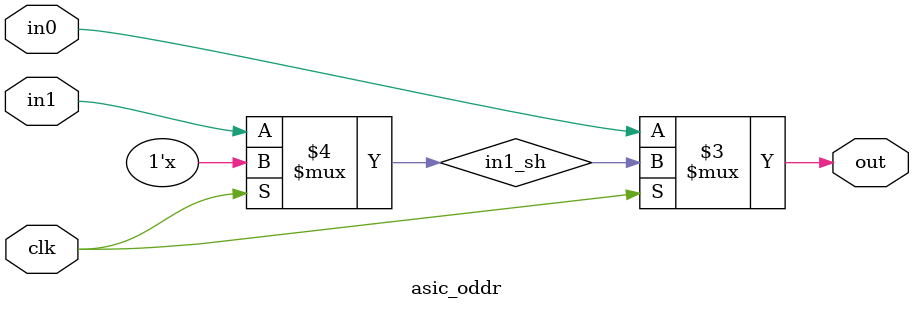
<source format=v>

module asic_oddr
  (
   input  clk, // clock input
   input  in0, // data for clk=0
   input  in1, // data for clk=1
   output out  // dual data rate output
   );

   //Making in1 stable for clk=1
   reg 	  in1_sh;
   always @ (clk or in1)
     if(~clk)
       in1_sh <= in1;

   //Using clock as data selctor
   assign out = clk ? in1_sh : in0;

endmodule

</source>
